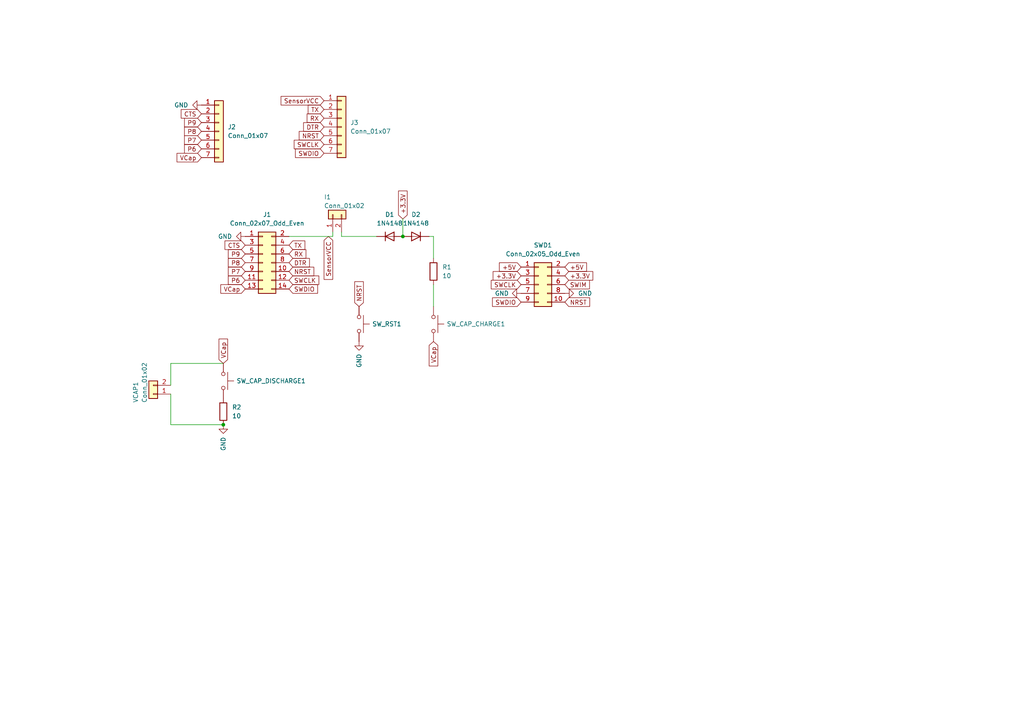
<source format=kicad_sch>
(kicad_sch (version 20211123) (generator eeschema)
  (paper "A4")
  (lib_symbols
    (symbol "Connector_Generic:Conn_01x02" (pin_names (offset 1.016) hide)
      (property "Reference" "J" (at 0 2.54 0))
      (property "Value" "Conn_01x02" (at 0 -5.08 0))
      (symbol "Conn_01x02_1_1"
        (rectangle (start -1.27 -2.413) (end 0 -2.667) (stroke (width 0.1524)))
        (rectangle (start -1.27 0.127) (end 0 -0.127) (stroke (width 0.1524)))
        (rectangle (start -1.27 1.27) (end 1.27 -3.81) (stroke (width 0.254)) (fill (type background)))
        (pin passive line (at -5.08 0 0) (length 3.81) (name "Pin_1") (number "1"))
        (pin passive line (at -5.08 -2.54 0) (length 3.81) (name "Pin_2") (number "2"))
      )
    )
    (symbol "Connector_Generic:Conn_01x07" (pin_names (offset 1.016) hide)
      (property "Reference" "J" (at 0 10.16 0))
      (property "Value" "Conn_01x07" (at 0 -10.16 0))
      (symbol "Conn_01x07_1_1"
        (rectangle (start -1.27 -7.493) (end 0 -7.747) (stroke (width 0.1524)))
        (rectangle (start -1.27 -4.953) (end 0 -5.207) (stroke (width 0.1524)))
        (rectangle (start -1.27 -2.413) (end 0 -2.667) (stroke (width 0.1524)))
        (rectangle (start -1.27 0.127) (end 0 -0.127) (stroke (width 0.1524)))
        (rectangle (start -1.27 2.667) (end 0 2.413) (stroke (width 0.1524)))
        (rectangle (start -1.27 5.207) (end 0 4.953) (stroke (width 0.1524)))
        (rectangle (start -1.27 7.747) (end 0 7.493) (stroke (width 0.1524)))
        (rectangle (start -1.27 8.89) (end 1.27 -8.89) (stroke (width 0.254)) (fill (type background)))
        (pin passive line (at -5.08 7.62 0) (length 3.81) (name "Pin_1") (number "1"))
        (pin passive line (at -5.08 5.08 0) (length 3.81) (name "Pin_2") (number "2"))
        (pin passive line (at -5.08 2.54 0) (length 3.81) (name "Pin_3") (number "3"))
        (pin passive line (at -5.08 0 0) (length 3.81) (name "Pin_4") (number "4"))
        (pin passive line (at -5.08 -2.54 0) (length 3.81) (name "Pin_5") (number "5"))
        (pin passive line (at -5.08 -5.08 0) (length 3.81) (name "Pin_6") (number "6"))
        (pin passive line (at -5.08 -7.62 0) (length 3.81) (name "Pin_7") (number "7"))
      )
    )
    (symbol "Connector_Generic:Conn_02x05_Odd_Even" (pin_names (offset 1.016) hide)
      (property "Reference" "J" (at 1.27 7.62 0))
      (property "Value" "Conn_02x05_Odd_Even" (at 1.27 -7.62 0))
      (symbol "Conn_02x05_Odd_Even_1_1"
        (rectangle (start -1.27 -4.953) (end 0 -5.207) (stroke (width 0.1524)))
        (rectangle (start -1.27 -2.413) (end 0 -2.667) (stroke (width 0.1524)))
        (rectangle (start -1.27 0.127) (end 0 -0.127) (stroke (width 0.1524)))
        (rectangle (start -1.27 2.667) (end 0 2.413) (stroke (width 0.1524)))
        (rectangle (start -1.27 5.207) (end 0 4.953) (stroke (width 0.1524)))
        (rectangle (start -1.27 6.35) (end 3.81 -6.35) (stroke (width 0.254)) (fill (type background)))
        (rectangle (start 3.81 -4.953) (end 2.54 -5.207) (stroke (width 0.1524)))
        (rectangle (start 3.81 -2.413) (end 2.54 -2.667) (stroke (width 0.1524)))
        (rectangle (start 3.81 0.127) (end 2.54 -0.127) (stroke (width 0.1524)))
        (rectangle (start 3.81 2.667) (end 2.54 2.413) (stroke (width 0.1524)))
        (rectangle (start 3.81 5.207) (end 2.54 4.953) (stroke (width 0.1524)))
        (pin passive line (at -5.08 5.08 0) (length 3.81) (name "Pin_1") (number "1"))
        (pin passive line (at 7.62 -5.08 180) (length 3.81) (name "Pin_10") (number "10"))
        (pin passive line (at 7.62 5.08 180) (length 3.81) (name "Pin_2") (number "2"))
        (pin passive line (at -5.08 2.54 0) (length 3.81) (name "Pin_3") (number "3"))
        (pin passive line (at 7.62 2.54 180) (length 3.81) (name "Pin_4") (number "4"))
        (pin passive line (at -5.08 0 0) (length 3.81) (name "Pin_5") (number "5"))
        (pin passive line (at 7.62 0 180) (length 3.81) (name "Pin_6") (number "6"))
        (pin passive line (at -5.08 -2.54 0) (length 3.81) (name "Pin_7") (number "7"))
        (pin passive line (at 7.62 -2.54 180) (length 3.81) (name "Pin_8") (number "8"))
        (pin passive line (at -5.08 -5.08 0) (length 3.81) (name "Pin_9") (number "9"))
      )
    )
    (symbol "Connector_Generic:Conn_02x07_Odd_Even" (pin_names (offset 1.016) hide)
      (property "Reference" "J" (at 1.27 10.16 0))
      (property "Value" "Conn_02x07_Odd_Even" (at 1.27 -10.16 0))
      (symbol "Conn_02x07_Odd_Even_1_1"
        (rectangle (start -1.27 -7.493) (end 0 -7.747) (stroke (width 0.1524)))
        (rectangle (start -1.27 -4.953) (end 0 -5.207) (stroke (width 0.1524)))
        (rectangle (start -1.27 -2.413) (end 0 -2.667) (stroke (width 0.1524)))
        (rectangle (start -1.27 0.127) (end 0 -0.127) (stroke (width 0.1524)))
        (rectangle (start -1.27 2.667) (end 0 2.413) (stroke (width 0.1524)))
        (rectangle (start -1.27 5.207) (end 0 4.953) (stroke (width 0.1524)))
        (rectangle (start -1.27 7.747) (end 0 7.493) (stroke (width 0.1524)))
        (rectangle (start -1.27 8.89) (end 3.81 -8.89) (stroke (width 0.254)) (fill (type background)))
        (rectangle (start 3.81 -7.493) (end 2.54 -7.747) (stroke (width 0.1524)))
        (rectangle (start 3.81 -4.953) (end 2.54 -5.207) (stroke (width 0.1524)))
        (rectangle (start 3.81 -2.413) (end 2.54 -2.667) (stroke (width 0.1524)))
        (rectangle (start 3.81 0.127) (end 2.54 -0.127) (stroke (width 0.1524)))
        (rectangle (start 3.81 2.667) (end 2.54 2.413) (stroke (width 0.1524)))
        (rectangle (start 3.81 5.207) (end 2.54 4.953) (stroke (width 0.1524)))
        (rectangle (start 3.81 7.747) (end 2.54 7.493) (stroke (width 0.1524)))
        (pin passive line (at -5.08 7.62 0) (length 3.81) (name "Pin_1") (number "1"))
        (pin passive line (at 7.62 -2.54 180) (length 3.81) (name "Pin_10") (number "10"))
        (pin passive line (at -5.08 -5.08 0) (length 3.81) (name "Pin_11") (number "11"))
        (pin passive line (at 7.62 -5.08 180) (length 3.81) (name "Pin_12") (number "12"))
        (pin passive line (at -5.08 -7.62 0) (length 3.81) (name "Pin_13") (number "13"))
        (pin passive line (at 7.62 -7.62 180) (length 3.81) (name "Pin_14") (number "14"))
        (pin passive line (at 7.62 7.62 180) (length 3.81) (name "Pin_2") (number "2"))
        (pin passive line (at -5.08 5.08 0) (length 3.81) (name "Pin_3") (number "3"))
        (pin passive line (at 7.62 5.08 180) (length 3.81) (name "Pin_4") (number "4"))
        (pin passive line (at -5.08 2.54 0) (length 3.81) (name "Pin_5") (number "5"))
        (pin passive line (at 7.62 2.54 180) (length 3.81) (name "Pin_6") (number "6"))
        (pin passive line (at -5.08 0 0) (length 3.81) (name "Pin_7") (number "7"))
        (pin passive line (at 7.62 0 180) (length 3.81) (name "Pin_8") (number "8"))
        (pin passive line (at -5.08 -2.54 0) (length 3.81) (name "Pin_9") (number "9"))
      )
    )
    (symbol "Device:R" (pin_numbers hide) (pin_names (offset 0))
      (property "Reference" "R" (at 2.032 0 90))
      (property "Value" "R" (at 0 0 90))
      (symbol "R_0_1"
        (rectangle (start -1.016 -2.54) (end 1.016 2.54) (stroke (width 0.254)))
      )
      (symbol "R_1_1"
        (pin passive line (at 0 3.81 270) (length 1.27) (name "~") (number "1"))
        (pin passive line (at 0 -3.81 90) (length 1.27) (name "~") (number "2"))
      )
    )
    (symbol "Diode:1N4148" (pin_numbers hide) (pin_names hide)
      (property "Reference" "D" (at 0 2.54 0))
      (property "Value" "1N4148" (at 0 -2.54 0))
      (symbol "1N4148_0_1"
        (polyline (pts (xy -1.27 1.27) (xy -1.27 -1.27)) (stroke (width 0.254)))
        (polyline (pts (xy 1.27 0) (xy -1.27 0)))
        (polyline (pts (xy 1.27 1.27) (xy 1.27 -1.27) (xy -1.27 0) (xy 1.27 1.27)) (stroke (width 0.254)))
      )
      (symbol "1N4148_1_1"
        (pin passive line (at -3.81 0 0) (length 2.54) (name "K") (number "1"))
        (pin passive line (at 3.81 0 180) (length 2.54) (name "A") (number "2"))
      )
    )
    (symbol "Switch:SW_Push" (pin_numbers hide) (pin_names (offset 1.016) hide)
      (property "Reference" "SW" (at 1.27 2.54 0))
      (property "Value" "SW_Push" (at 0 -1.524 0))
      (symbol "SW_Push_0_1"
        (circle (center -2.032 0) (radius 0.508))
        (polyline (pts (xy 0 1.27) (xy 0 3.048)))
        (polyline (pts (xy 2.54 1.27) (xy -2.54 1.27)))
        (circle (center 2.032 0) (radius 0.508))
        (pin passive line (at -5.08 0 0) (length 2.54) (name "1") (number "1"))
        (pin passive line (at 5.08 0 180) (length 2.54) (name "2") (number "2"))
      )
    )
    (symbol "power:GND" (power) (pin_names (offset 0))
      (property "Value" "GND" (at 0 -3.81 0))
      (symbol "GND_0_1"
        (polyline (pts (xy 0 0) (xy 0 -1.27) (xy 1.27 -1.27) (xy 0 -2.54) (xy -1.27 -1.27) (xy 0 -1.27)))
      )
      (symbol "GND_1_1"
        (pin power_in line (at 0 0 270) (length 0) hide (name "GND") (number "1"))
      )
    )
  )
  (junction (at 116.84 68.58))
  (junction (at 64.77 123.19))
  (wire (pts (xy 124.46 68.58) (xy 125.73 68.58)))
  (wire (pts (xy 125.73 68.58) (xy 125.73 74.93)))
  (wire (pts (xy 49.53 105.41) (xy 49.53 111.76)))
  (wire (pts (xy 49.53 105.41) (xy 64.77 105.41)))
  (wire (pts (xy 125.73 82.55) (xy 125.73 88.9)))
  (wire (pts (xy 116.84 63.5) (xy 116.84 68.58)))
  (wire (pts (xy 99.06 68.58) (xy 109.22 68.58)))
  (wire (pts (xy 49.53 123.19) (xy 64.77 123.19)))
  (wire (pts (xy 49.53 114.3) (xy 49.53 123.19)))
  (wire (pts (xy 96.52 68.58) (xy 96.52 67.31)))
  (wire (pts (xy 99.06 68.58) (xy 99.06 67.31)))
  (wire (pts (xy 83.82 68.58) (xy 96.52 68.58)))
  (global_label "P9" (shape input) (at 71.12 73.66 180) (property "Intersheet References" "${INTERSHEET_REFS}" (effects hide)))
  (global_label "NRST" (shape input) (at 83.82 78.74 0) (property "Intersheet References" "${INTERSHEET_REFS}" (effects hide)))
  (global_label "SWCLK" (shape input) (at 83.82 81.28 0) (property "Intersheet References" "${INTERSHEET_REFS}" (effects hide)))
  (global_label "VCap" (shape input) (at 58.42 45.72 180) (property "Intersheet References" "${INTERSHEET_REFS}" (effects hide)))
  (global_label "SWIM" (shape input) (at 163.83 82.55 0) (property "Intersheet References" "${INTERSHEET_REFS}" (effects hide)))
  (global_label "VCap" (shape input) (at 64.77 105.41 90) (property "Intersheet References" "${INTERSHEET_REFS}" (effects hide)))
  (global_label "NRST" (shape input) (at 93.98 39.37 180) (property "Intersheet References" "${INTERSHEET_REFS}" (effects hide)))
  (global_label "SWDIO" (shape input) (at 151.13 87.63 180) (property "Intersheet References" "${INTERSHEET_REFS}" (effects hide)))
  (global_label "SWDIO" (shape input) (at 93.98 44.45 180) (property "Intersheet References" "${INTERSHEET_REFS}" (effects hide)))
  (global_label "P7" (shape input) (at 58.42 40.64 180) (property "Intersheet References" "${INTERSHEET_REFS}" (effects hide)))
  (global_label "+3.3V" (shape input) (at 163.83 80.01 0) (property "Intersheet References" "${INTERSHEET_REFS}" (effects hide)))
  (global_label "SensorVCC" (shape input) (at 95.25 68.58 270) (property "Intersheet References" "${INTERSHEET_REFS}" (effects hide)))
  (global_label "+5V" (shape input) (at 163.83 77.47 0) (property "Intersheet References" "${INTERSHEET_REFS}" (effects hide)))
  (global_label "P6" (shape input) (at 58.42 43.18 180) (property "Intersheet References" "${INTERSHEET_REFS}" (effects hide)))
  (global_label "DTR" (shape input) (at 93.98 36.83 180) (property "Intersheet References" "${INTERSHEET_REFS}" (effects hide)))
  (global_label "P7" (shape input) (at 71.12 78.74 180) (property "Intersheet References" "${INTERSHEET_REFS}" (effects hide)))
  (global_label "CTS" (shape input) (at 58.42 33.02 180) (property "Intersheet References" "${INTERSHEET_REFS}" (effects hide)))
  (global_label "+5V" (shape input) (at 151.13 77.47 180) (property "Intersheet References" "${INTERSHEET_REFS}" (effects hide)))
  (global_label "SWDIO" (shape input) (at 83.82 83.82 0) (property "Intersheet References" "${INTERSHEET_REFS}" (effects hide)))
  (global_label "RX" (shape input) (at 83.82 73.66 0) (property "Intersheet References" "${INTERSHEET_REFS}" (effects hide)))
  (global_label "TX" (shape input) (at 83.82 71.12 0) (property "Intersheet References" "${INTERSHEET_REFS}" (effects hide)))
  (global_label "CTS" (shape input) (at 71.12 71.12 180) (property "Intersheet References" "${INTERSHEET_REFS}" (effects hide)))
  (global_label "+3.3V" (shape input) (at 116.84 63.5 90) (property "Intersheet References" "${INTERSHEET_REFS}" (effects hide)))
  (global_label "NRST" (shape input) (at 163.83 87.63 0) (property "Intersheet References" "${INTERSHEET_REFS}" (effects hide)))
  (global_label "+3.3V" (shape input) (at 151.13 80.01 180) (property "Intersheet References" "${INTERSHEET_REFS}" (effects hide)))
  (global_label "P8" (shape input) (at 71.12 76.2 180) (property "Intersheet References" "${INTERSHEET_REFS}" (effects hide)))
  (global_label "VCap" (shape input) (at 71.12 83.82 180) (property "Intersheet References" "${INTERSHEET_REFS}" (effects hide)))
  (global_label "P6" (shape input) (at 71.12 81.28 180) (property "Intersheet References" "${INTERSHEET_REFS}" (effects hide)))
  (global_label "SensorVCC" (shape input) (at 93.98 29.21 180) (property "Intersheet References" "${INTERSHEET_REFS}" (effects hide)))
  (global_label "P8" (shape input) (at 58.42 38.1 180) (property "Intersheet References" "${INTERSHEET_REFS}" (effects hide)))
  (global_label "DTR" (shape input) (at 83.82 76.2 0) (property "Intersheet References" "${INTERSHEET_REFS}" (effects hide)))
  (global_label "TX" (shape input) (at 93.98 31.75 180) (property "Intersheet References" "${INTERSHEET_REFS}" (effects hide)))
  (global_label "RX" (shape input) (at 93.98 34.29 180) (property "Intersheet References" "${INTERSHEET_REFS}" (effects hide)))
  (global_label "VCap" (shape input) (at 125.73 99.06 270) (property "Intersheet References" "${INTERSHEET_REFS}" (effects hide)))
  (global_label "SWCLK" (shape input) (at 151.13 82.55 180) (property "Intersheet References" "${INTERSHEET_REFS}" (effects hide)))
  (global_label "NRST" (shape input) (at 104.14 88.9 90) (property "Intersheet References" "${INTERSHEET_REFS}" (effects hide)))
  (global_label "SWCLK" (shape input) (at 93.98 41.91 180) (property "Intersheet References" "${INTERSHEET_REFS}" (effects hide)))
  (global_label "P9" (shape input) (at 58.42 35.56 180) (property "Intersheet References" "${INTERSHEET_REFS}" (effects hide)))
  (symbol (lib_id "power:GND") (at 163.83 85.09 90) (unit 1)
    (property "Reference" "#PWR0102" (effects hide))
    (property "Value" "GND" (at 167.64 85.0899 90) (effects (justify right)))
  )
  (symbol (lib_id "power:GND") (at 104.14 99.06 0) (unit 1)
    (property "Reference" "#PWR03" (effects hide))
    (property "Value" "GND" (at 104.14 106.68 90) (effects (justify left)))
  )
  (symbol (lib_id "Connector_Generic:Conn_01x07") (at 99.06 36.83 0) (unit 1)
    (property "Reference" "J3" (at 101.6 35.5599 0) (effects (justify left)))
    (property "Value" "Conn_01x07" (at 101.6 38.0999 0) (effects (justify left)))
    (property "Footprint" "Connector_PinHeader_2.54mm:PinHeader_1x07_P2.54mm_Vertical" (effects hide))
  )
  (symbol (lib_id "power:GND") (at 64.77 123.19 0) (unit 1)
    (property "Reference" "#PWR02" (effects hide))
    (property "Value" "GND" (at 64.77 130.81 90) (effects (justify left)))
  )
  (symbol (lib_id "Connector_Generic:Conn_02x05_Odd_Even") (at 156.21 82.55 0) (unit 1)
    (property "Reference" "SWD1" (at 157.48 71.12 0))
    (property "Value" "Conn_02x05_Odd_Even" (at 157.48 73.66 0))
    (property "Footprint" "Connector_PinHeader_2.54mm:PinHeader_2x05_P2.54mm_Horizontal" (effects hide))
  )
  (symbol (lib_id "Device:R") (at 125.73 78.74 0) (unit 1)
    (property "Reference" "R1" (at 128.27 77.4699 0) (effects (justify left)))
    (property "Value" "10" (at 128.27 80.0099 0) (effects (justify left)))
    (property "Footprint" "Resistor_THT:R_Axial_DIN0207_L6.3mm_D2.5mm_P7.62mm_Horizontal" (effects hide))
  )
  (symbol (lib_id "Diode:1N4148") (at 113.03 68.58 0) (unit 1)
    (property "Reference" "D1" (at 113.03 62.23 0))
    (property "Value" "1N4148" (at 113.03 64.77 0))
    (property "Footprint" "Diode_THT:D_DO-35_SOD27_P7.62mm_Horizontal" (effects hide))
    (property "Datasheet" "https://assets.nexperia.com/documents/data-sheet/1N4148_1N4448.pdf" (effects hide))
  )
  (symbol (lib_id "Connector_Generic:Conn_01x07") (at 63.5 38.1 0) (unit 1)
    (property "Reference" "J2" (at 66.04 36.8299 0) (effects (justify left)))
    (property "Value" "Conn_01x07" (at 66.04 39.3699 0) (effects (justify left)))
    (property "Footprint" "Connector_PinHeader_2.54mm:PinHeader_1x07_P2.54mm_Vertical" (effects hide))
  )
  (symbol (lib_id "Switch:SW_Push") (at 125.73 93.98 270) (unit 1)
    (property "Reference" "SW_CAP_CHARGE1" (at 129.54 93.9799 90) (effects (justify left)))
    (property "Value" "SW_Push" (effects hide))
    (property "Footprint" "Button_Switch_THT:SW_PUSH_6mm" (effects hide))
  )
  (symbol (lib_id "Connector_Generic:Conn_01x02") (at 96.52 62.23 90) (unit 1)
    (property "Reference" "I1" (at 93.98 57.15 90) (effects (justify right)))
    (property "Value" "Conn_01x02" (at 93.98 59.69 90) (effects (justify right)))
    (property "Footprint" "Connector_PinHeader_2.54mm:PinHeader_1x02_P2.54mm_Vertical" (effects hide))
  )
  (symbol (lib_id "power:GND") (at 58.42 30.48 270) (unit 1)
    (property "Reference" "#PWR04" (effects hide))
    (property "Value" "GND" (at 54.61 30.4799 90) (effects (justify right)))
  )
  (symbol (lib_id "power:GND") (at 151.13 85.09 270) (unit 1)
    (property "Reference" "#PWR0101" (effects hide))
    (property "Value" "GND" (at 143.51 85.09 90) (effects (justify left)))
  )
  (symbol (lib_id "Connector_Generic:Conn_01x02") (at 44.45 114.3 180) (unit 1)
    (property "Reference" "VCAP1" (at 39.37 116.84 90) (effects (justify right)))
    (property "Value" "Conn_01x02" (at 41.91 116.84 90) (effects (justify right)))
    (property "Footprint" "Connector_PinHeader_2.54mm:PinHeader_1x02_P2.54mm_Vertical" (effects hide))
  )
  (symbol (lib_id "Switch:SW_Push") (at 64.77 110.49 270) (unit 1)
    (property "Reference" "SW_CAP_DISCHARGE1" (at 68.58 110.4899 90) (effects (justify left)))
    (property "Value" "SW_Push" (effects hide))
    (property "Footprint" "Button_Switch_THT:SW_PUSH_6mm" (effects hide))
  )
  (symbol (lib_id "Diode:1N4148") (at 120.65 68.58 180) (unit 1)
    (property "Reference" "D2" (at 120.65 62.23 0))
    (property "Value" "1N4148" (at 120.65 64.77 0))
    (property "Footprint" "Diode_THT:D_DO-35_SOD27_P7.62mm_Horizontal" (effects hide))
    (property "Datasheet" "https://assets.nexperia.com/documents/data-sheet/1N4148_1N4448.pdf" (effects hide))
  )
  (symbol (lib_id "Switch:SW_Push") (at 104.14 93.98 270) (unit 1)
    (property "Reference" "SW_RST1" (at 107.95 93.9799 90) (effects (justify left)))
    (property "Value" "SW_Push" (effects hide))
    (property "Footprint" "Button_Switch_THT:SW_PUSH_6mm" (effects hide))
  )
  (symbol (lib_id "Connector_Generic:Conn_02x07_Odd_Even") (at 76.2 76.2 0) (unit 1)
    (property "Reference" "J1" (at 77.47 62.23 0))
    (property "Value" "Conn_02x07_Odd_Even" (at 77.47 64.77 0))
    (property "Footprint" "Connector_PinHeader_1.27mm:PinHeader_2x07_P1.27mm_Vertical" (effects hide))
  )
  (symbol (lib_id "Device:R") (at 64.77 119.38 0) (unit 1)
    (property "Reference" "R2" (at 67.31 118.1099 0) (effects (justify left)))
    (property "Value" "10" (at 67.31 120.6499 0) (effects (justify left)))
    (property "Footprint" "Resistor_THT:R_Axial_DIN0207_L6.3mm_D2.5mm_P7.62mm_Horizontal" (effects hide))
  )
  (symbol (lib_id "power:GND") (at 71.12 68.58 270) (unit 1)
    (property "Reference" "#PWR01" (effects hide))
    (property "Value" "GND" (at 67.31 68.5799 90) (effects (justify right)))
  )
)
</source>
